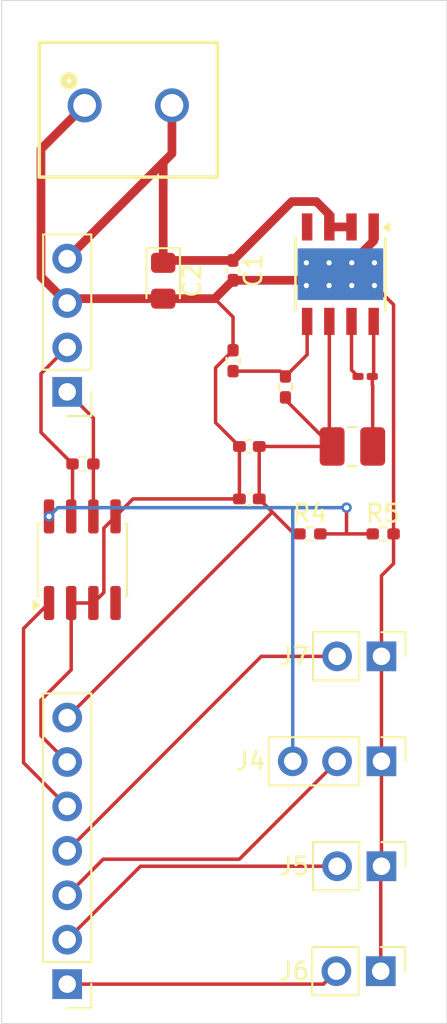
<source format=kicad_pcb>
(kicad_pcb (version 20241229) (generator "pcbnew") (generator_version "9.0")
  (layers (0 "F.Cu" signal) (2 "B.Cu" signal) (13 "F.Paste" user) (15 "B.Paste" user) (5 "F.SilkS" user "F.Silkscreen") (7 "B.SilkS" user "B.Silkscreen") (1 "F.Mask" user) (3 "B.Mask" user) (25 "Edge.Cuts" user))
  (net 0 "")
  (net 1 "Net-(J1-Pin_4)")
  (net 2 "Net-(J1-Pin_3)")
  (net 3 "Net-(U2-BOOT)")
  (net 4 "Net-(U2-SW)")
  (net 5 "Net-(J3-Pin_7)")
  (net 6 "Net-(J1-Pin_1)")
  (net 7 "Net-(J1-Pin_2)")
  (net 8 "Net-(J3-Pin_1)")
  (net 9 "Net-(J3-Pin_2)")
  (net 10 "Net-(J3-Pin_3)")
  (net 11 "Net-(J3-Pin_4)")
  (net 12 "Net-(J3-Pin_5)")
  (net 13 "Net-(J4-Pin_3)")
  (net 14 "Net-(U2-FB)")
  (footprint "Resistor_SMD:R_0402_1005Metric_Pad0.72x0.64mm_HandSolder" (layer "F.Cu") (at 89.9025 83 180)
    (property "Reference" "R3" (hide yes))
    (property "Value" "120 Ω")
    (fp_line (start -0.167621 0.38) (end 0.167621 0.38) (stroke (width 0.12)) (layer "F.SilkS"))
    (fp_line (start -0.167621 -0.38) (end 0.167621 -0.38) (stroke (width 0.12)) (layer "F.SilkS"))
    (pad "1" smd roundrect (at -0.5975 0 180) (size 0.715 0.64) (layers "F.Cu" "F.Mask" "F.Paste") (net 6 "Net-(J1-Pin_1)"))
    (pad "2" smd roundrect (at 0.5975 0 180) (size 0.715 0.64) (layers "F.Cu" "F.Mask" "F.Paste") (net 7 "Net-(J1-Pin_2)"))
  )
  (footprint "Connector_PinHeader_2.54mm:PinHeader_1x03_P2.54mm_Vertical" (layer "F.Cu") (at 107 100 -90)
    (property "Reference" "J4" (at 0 7.5 180) (layer "F.SilkS"))
    (property "Value" "Potentiometer")
    (fp_line (start -1.38 6.46) (end 1.38 6.46) (stroke (width 0.12)) (layer "F.SilkS"))
    (fp_line (start -1.38 1.27) (end -1.38 6.46) (stroke (width 0.12)) (layer "F.SilkS"))
    (fp_line (start -1.38 1.27) (end 1.38 1.27) (stroke (width 0.12)) (layer "F.SilkS"))
    (fp_line (start 1.38 1.27) (end 1.38 6.46) (stroke (width 0.12)) (layer "F.SilkS"))
    (fp_line (start -1.38 0) (end -1.38 -1.38) (stroke (width 0.12)) (layer "F.SilkS"))
    (fp_line (start -1.38 -1.38) (end 0 -1.38) (stroke (width 0.12)) (layer "F.SilkS"))
    (pad "1" thru_hole rect (at 0 0 270) (size 1.7 1.7) (drill 1) (layers "*.Cu" "*.Mask") (net 2 "Net-(J1-Pin_3)"))
    (pad "2" thru_hole circle (at 0 2.54 270) (size 1.7 1.7) (drill 1) (layers "*.Cu" "*.Mask") (net 10 "Net-(J3-Pin_3)"))
    (pad "3" thru_hole circle (at 0 5.08 270) (size 1.7 1.7) (drill 1) (layers "*.Cu" "*.Mask") (net 13 "Net-(J4-Pin_3)"))
  )
  (footprint "Package_SO:Texas_HSOP-8-1EP_3.9x4.9mm_P1.27mm_ThermalVias" (layer "F.Cu") (at 104.65 72.15 -90)
    (property "Reference" "U2" (hide yes))
    (property "Value" "LMR33620BDDA")
    (fp_line (start -2.075 2.575) (end 2.075 2.575) (stroke (width 0.15)) (layer "F.SilkS"))
    (fp_line (start -2.075 -2.575) (end 2.075 -2.575) (stroke (width 0.15)) (layer "F.SilkS"))
    (fp_poly (pts (xy -2.675 -2.475) (xy -2.915 -2.805) (xy -2.435 -2.805) (xy -2.675 -2.475)) (stroke (width 0.12)) (fill yes) (layer "F.SilkS"))
    (pad "1" smd rect (at -2.7 -1.905 270) (size 1.55 0.6) (layers "F.Cu" "F.Mask" "F.Paste") (net 2 "Net-(J1-Pin_3)"))
    (pad "2" smd rect (at -2.7 -0.635 270) (size 1.55 0.6) (layers "F.Cu" "F.Mask" "F.Paste") (net 1 "Net-(J1-Pin_4)"))
    (pad "3" smd rect (at -2.7 0.635 270) (size 1.55 0.6) (layers "F.Cu" "F.Mask" "F.Paste") (net 1 "Net-(J1-Pin_4)"))
    (pad "4" smd rect (at -2.7 1.905 270) (size 1.55 0.6) (layers "F.Cu" "F.Mask" "F.Paste"))
    (pad "5" smd rect (at 2.7 1.905 270) (size 1.55 0.6) (layers "F.Cu" "F.Mask" "F.Paste") (net 14 "Net-(U2-FB)"))
    (pad "6" smd rect (at 2.7 0.635 270) (size 1.55 0.6) (layers "F.Cu" "F.Mask" "F.Paste") (net 5 "Net-(J3-Pin_7)"))
    (pad "7" smd rect (at 2.7 -0.635 270) (size 1.55 0.6) (layers "F.Cu" "F.Mask" "F.Paste") (net 3 "Net-(U2-BOOT)"))
    (pad "8" smd rect (at 2.7 -1.905 270) (size 1.55 0.6) (layers "F.Cu" "F.Mask" "F.Paste") (net 4 "Net-(U2-SW)"))
    (pad "9" thru_hole circle (at -0.65 -1.95 270) (size 0.6 0.6) (drill 0.3) (layers "*.Cu") (net 2 "Net-(J1-Pin_3)"))
    (pad "9" thru_hole circle (at -0.65 -0.65 270) (size 0.6 0.6) (drill 0.3) (layers "*.Cu") (net 2 "Net-(J1-Pin_3)"))
    (pad "9" thru_hole circle (at -0.65 0.65 270) (size 0.6 0.6) (drill 0.3) (layers "*.Cu") (net 2 "Net-(J1-Pin_3)"))
    (pad "9" thru_hole circle (at -0.65 1.95 270) (size 0.6 0.6) (drill 0.3) (layers "*.Cu") (net 2 "Net-(J1-Pin_3)"))
    (pad "9" smd rect (at 0 0 270) (size 2.95 4.9) (layers "F.Cu") (net 2 "Net-(J1-Pin_3)"))
    (pad "9" smd rect (at 0 0 270) (size 2.95 4.9) (layers "B.Cu") (net 2 "Net-(J1-Pin_3)"))
    (pad "9" thru_hole circle (at 0.65 -1.95 270) (size 0.6 0.6) (drill 0.3) (layers "*.Cu") (net 2 "Net-(J1-Pin_3)"))
    (pad "9" thru_hole circle (at 0.65 -0.65 270) (size 0.6 0.6) (drill 0.3) (layers "*.Cu") (net 2 "Net-(J1-Pin_3)"))
    (pad "9" thru_hole circle (at 0.65 0.65 270) (size 0.6 0.6) (drill 0.3) (layers "*.Cu") (net 2 "Net-(J1-Pin_3)"))
    (pad "9" thru_hole circle (at 0.65 1.95 270) (size 0.6 0.6) (drill 0.3) (layers "*.Cu") (net 2 "Net-(J1-Pin_3)"))
  )
  (footprint "Inductor_SMD:L_1008_2520Metric_Pad1.43x2.20mm_HandSolder" (layer "F.Cu") (at 105.3375 82 180)
    (property "Reference" "L1" (hide yes))
    (property "Value" "2.2 uH")
    (fp_line (start -0.261252 1.11) (end 0.261252 1.11) (stroke (width 0.12)) (layer "F.SilkS"))
    (fp_line (start -0.261252 -1.11) (end 0.261252 -1.11) (stroke (width 0.12)) (layer "F.SilkS"))
    (pad "1" smd roundrect (at -1.1625 0 180) (size 1.425 2.2) (layers "F.Cu" "F.Mask" "F.Paste") (roundrect_rratio 0.175439) (net 4 "Net-(U2-SW)"))
    (pad "2" smd roundrect (at 1.1625 0 180) (size 1.425 2.2) (layers "F.Cu" "F.Mask" "F.Paste") (roundrect_rratio 0.175439) (net 5 "Net-(J3-Pin_7)"))
  )
  (footprint "Package_SO:SOIC-8_3.9x4.9mm_P1.27mm" (layer "F.Cu") (at 89.865 88.475 90)
    (property "Reference" "U1" (hide yes))
    (property "Value" "MAX3485")
    (fp_line (start 2.06 -2.56) (end 2.06 -2.465) (stroke (width 0.12)) (layer "F.SilkS"))
    (fp_line (start -2.06 -2.56) (end 2.06 -2.56) (stroke (width 0.12)) (layer "F.SilkS"))
    (fp_line (start -2.06 -2.465) (end -2.06 -2.56) (stroke (width 0.12)) (layer "F.SilkS"))
    (fp_line (start 2.06 2.465) (end 2.06 2.56) (stroke (width 0.12)) (layer "F.SilkS"))
    (fp_line (start 2.06 2.56) (end -2.06 2.56) (stroke (width 0.12)) (layer "F.SilkS"))
    (fp_line (start -2.06 2.56) (end -2.06 2.465) (stroke (width 0.12)) (layer "F.SilkS"))
    (fp_poly (pts (xy -2.6 -2.47) (xy -2.84 -2.8) (xy -2.36 -2.8)) (stroke (width 0.12)) (fill yes) (layer "F.SilkS"))
    (pad "1" smd roundrect (at -2.475 -1.905 90) (size 1.95 0.6) (layers "F.Cu" "F.Mask" "F.Paste") (net 12 "Net-(J3-Pin_5)"))
    (pad "2" smd roundrect (at -2.475 -0.635 90) (size 1.95 0.6) (layers "F.Cu" "F.Mask" "F.Paste") (net 2 "Net-(J1-Pin_3)"))
    (pad "3" smd roundrect (at -2.475 0.635 90) (size 1.95 0.6) (layers "F.Cu" "F.Mask" "F.Paste") (net 2 "Net-(J1-Pin_3)"))
    (pad "4" smd roundrect (at -2.475 1.905 90) (size 1.95 0.6) (layers "F.Cu" "F.Mask" "F.Paste"))
    (pad "5" smd roundrect (at 2.475 1.905 90) (size 1.95 0.6) (layers "F.Cu" "F.Mask" "F.Paste") (net 2 "Net-(J1-Pin_3)"))
    (pad "6" smd roundrect (at 2.475 0.635 90) (size 1.95 0.6) (layers "F.Cu" "F.Mask" "F.Paste") (net 6 "Net-(J1-Pin_1)"))
    (pad "7" smd roundrect (at 2.475 -0.635 90) (size 1.95 0.6) (layers "F.Cu" "F.Mask" "F.Paste") (net 7 "Net-(J1-Pin_2)"))
    (pad "8" smd roundrect (at 2.475 -1.905 90) (size 1.95 0.6) (layers "F.Cu" "F.Mask" "F.Paste") (net 13 "Net-(J4-Pin_3)"))
  )
  (footprint "Library:691137710002" (layer "F.Cu") (at 92.5 62.5)
    (property "Reference" "J2" (hide yes))
    (property "Value" "Power Supply")
    (fp_line (start -5.1 -3.6) (end 5.1 -3.6) (stroke (width 0.2)) (layer "F.SilkS"))
    (fp_line (start -5.1 4.1) (end -5.1 -3.6) (stroke (width 0.2)) (layer "F.SilkS"))
    (fp_line (start 5.1 -3.6) (end 5.1 4.1) (stroke (width 0.2)) (layer "F.SilkS"))
    (fp_line (start 5.1 4.1) (end -5.1 4.1) (stroke (width 0.2)) (layer "F.SilkS"))
    (fp_circle (center -3.4 -1.4) (end -3.3 -1.4) (stroke (width 0.4)) (fill no) (layer "F.SilkS"))
    (pad "1" thru_hole circle (at -2.5 0) (size 1.95 1.95) (drill 1.3) (layers "*.Cu" "*.Mask") (net 2 "Net-(J1-Pin_3)"))
    (pad "2" thru_hole circle (at 2.5 0) (size 1.95 1.95) (drill 1.3) (layers "*.Cu" "*.Mask") (net 1 "Net-(J1-Pin_4)"))
  )
  (footprint "Connector_PinHeader_2.54mm:PinHeader_1x04_P2.54mm_Vertical" (layer "F.Cu") (at 89 78.88 180)
    (property "Reference" "J1" (hide yes))
    (property "Value" "GX12 Interface")
    (fp_line (start 1.38 1.27) (end 1.38 9) (stroke (width 0.12)) (layer "F.SilkS"))
    (fp_line (start -1.38 9) (end 1.38 9) (stroke (width 0.12)) (layer "F.SilkS"))
    (fp_line (start -1.38 1.27) (end 1.38 1.27) (stroke (width 0.12)) (layer "F.SilkS"))
    (fp_line (start -1.38 1.27) (end -1.38 9) (stroke (width 0.12)) (layer "F.SilkS"))
    (fp_line (start -1.38 0) (end -1.38 -1.38) (stroke (width 0.12)) (layer "F.SilkS"))
    (fp_line (start -1.38 -1.38) (end 0 -1.38) (stroke (width 0.12)) (layer "F.SilkS"))
    (pad "1" thru_hole rect (at 0 0 180) (size 1.7 1.7) (drill 1) (layers "*.Cu" "*.Mask") (net 6 "Net-(J1-Pin_1)"))
    (pad "2" thru_hole circle (at 0 2.54 180) (size 1.7 1.7) (drill 1) (layers "*.Cu" "*.Mask") (net 7 "Net-(J1-Pin_2)"))
    (pad "3" thru_hole circle (at 0 5.08 180) (size 1.7 1.7) (drill 1) (layers "*.Cu" "*.Mask") (net 2 "Net-(J1-Pin_3)"))
    (pad "4" thru_hole circle (at 0 7.62 180) (size 1.7 1.7) (drill 1) (layers "*.Cu" "*.Mask") (net 1 "Net-(J1-Pin_4)"))
  )
  (footprint "Connector_PinHeader_2.54mm:PinHeader_1x02_P2.54mm_Vertical" (layer "F.Cu") (at 107 94 -90)
    (property "Reference" "J7" (at 0 5 180) (layer "F.SilkS"))
    (property "Value" "PWM Out")
    (fp_line (start -1.38 3.92) (end 1.38 3.92) (stroke (width 0.12)) (layer "F.SilkS"))
    (fp_line (start -1.38 1.27) (end -1.38 3.92) (stroke (width 0.12)) (layer "F.SilkS"))
    (fp_line (start -1.38 1.27) (end 1.38 1.27) (stroke (width 0.12)) (layer "F.SilkS"))
    (fp_line (start 1.38 1.27) (end 1.38 3.92) (stroke (width 0.12)) (layer "F.SilkS"))
    (fp_line (start -1.38 0) (end -1.38 -1.38) (stroke (width 0.12)) (layer "F.SilkS"))
    (fp_line (start -1.38 -1.38) (end 0 -1.38) (stroke (width 0.12)) (layer "F.SilkS"))
    (pad "1" thru_hole rect (at 0 0 270) (size 1.7 1.7) (drill 1) (layers "*.Cu" "*.Mask") (net 2 "Net-(J1-Pin_3)"))
    (pad "2" thru_hole circle (at 0 2.54 270) (size 1.7 1.7) (drill 1) (layers "*.Cu" "*.Mask") (net 11 "Net-(J3-Pin_4)"))
  )
  (footprint "Connector_PinHeader_2.54mm:PinHeader_1x02_P2.54mm_Vertical" (layer "F.Cu") (at 106.96 112 -90)
    (property "Reference" "J6" (at 0 4.96 180) (layer "F.SilkS"))
    (property "Value" "Switch 2")
    (fp_line (start -1.38 3.92) (end 1.38 3.92) (stroke (width 0.12)) (layer "F.SilkS"))
    (fp_line (start -1.38 1.27) (end -1.38 3.92) (stroke (width 0.12)) (layer "F.SilkS"))
    (fp_line (start -1.38 1.27) (end 1.38 1.27) (stroke (width 0.12)) (layer "F.SilkS"))
    (fp_line (start 1.38 1.27) (end 1.38 3.92) (stroke (width 0.12)) (layer "F.SilkS"))
    (fp_line (start -1.38 0) (end -1.38 -1.38) (stroke (width 0.12)) (layer "F.SilkS"))
    (fp_line (start -1.38 -1.38) (end 0 -1.38) (stroke (width 0.12)) (layer "F.SilkS"))
    (pad "1" thru_hole rect (at 0 0 270) (size 1.7 1.7) (drill 1) (layers "*.Cu" "*.Mask") (net 2 "Net-(J1-Pin_3)"))
    (pad "2" thru_hole circle (at 0 2.54 270) (size 1.7 1.7) (drill 1) (layers "*.Cu" "*.Mask") (net 8 "Net-(J3-Pin_1)"))
  )
  (footprint "Resistor_SMD:R_0402_1005Metric_Pad0.72x0.64mm_HandSolder" (layer "F.Cu") (at 101.5 78.5975 90)
    (property "Reference" "R1" (hide yes))
    (property "Value" "100 kΩ")
    (fp_line (start -0.167621 -0.38) (end 0.167621 -0.38) (stroke (width 0.12)) (layer "F.SilkS"))
    (fp_line (start -0.167621 0.38) (end 0.167621 0.38) (stroke (width 0.12)) (layer "F.SilkS"))
    (pad "1" smd roundrect (at -0.5975 0 90) (size 0.715 0.64) (layers "F.Cu" "F.Mask" "F.Paste") (net 5 "Net-(J3-Pin_7)"))
    (pad "2" smd roundrect (at 0.5975 0 90) (size 0.715 0.64) (layers "F.Cu" "F.Mask" "F.Paste") (net 14 "Net-(U2-FB)"))
  )
  (footprint "Resistor_SMD:R_0402_1005Metric_Pad0.72x0.64mm_HandSolder" (layer "F.Cu") (at 98.5 77.0975 90)
    (property "Reference" "R2" (hide yes))
    (property "Value" "24.9 kΩ")
    (fp_line (start -0.167621 -0.38) (end 0.167621 -0.38) (stroke (width 0.12)) (layer "F.SilkS"))
    (fp_line (start -0.167621 0.38) (end 0.167621 0.38) (stroke (width 0.12)) (layer "F.SilkS"))
    (pad "1" smd roundrect (at -0.5975 0 90) (size 0.715 0.64) (layers "F.Cu" "F.Mask" "F.Paste") (net 14 "Net-(U2-FB)"))
    (pad "2" smd roundrect (at 0.5975 0 90) (size 0.715 0.64) (layers "F.Cu" "F.Mask" "F.Paste") (net 2 "Net-(J1-Pin_3)"))
  )
  (footprint "Capacitor_SMD:C_0201_0603Metric_Pad0.64x0.40mm_HandSolder" (layer "F.Cu") (at 106.0675 78)
    (property "Reference" "C3" (hide yes))
    (property "Value" "0.1 uf")
    (pad "1" smd roundrect (at -0.4075 0) (size 0.635 0.4) (layers "F.Cu" "F.Mask") (net 3 "Net-(U2-BOOT)"))
    (pad "2" smd roundrect (at 0.4075 0) (size 0.635 0.4) (layers "F.Cu" "F.Mask") (net 4 "Net-(U2-SW)"))
  )
  (footprint "Connector_PinHeader_2.54mm:PinHeader_1x02_P2.54mm_Vertical" (layer "F.Cu") (at 107 106 -90)
    (property "Reference" "J5" (at 0 5 180) (layer "F.SilkS"))
    (property "Value" "Switch 1")
    (fp_line (start -1.38 3.92) (end 1.38 3.92) (stroke (width 0.12)) (layer "F.SilkS"))
    (fp_line (start -1.38 1.27) (end -1.38 3.92) (stroke (width 0.12)) (layer "F.SilkS"))
    (fp_line (start -1.38 1.27) (end 1.38 1.27) (stroke (width 0.12)) (layer "F.SilkS"))
    (fp_line (start 1.38 1.27) (end 1.38 3.92) (stroke (width 0.12)) (layer "F.SilkS"))
    (fp_line (start -1.38 0) (end -1.38 -1.38) (stroke (width 0.12)) (layer "F.SilkS"))
    (fp_line (start -1.38 -1.38) (end 0 -1.38) (stroke (width 0.12)) (layer "F.SilkS"))
    (pad "1" thru_hole rect (at 0 0 270) (size 1.7 1.7) (drill 1) (layers "*.Cu" "*.Mask") (net 2 "Net-(J1-Pin_3)"))
    (pad "2" thru_hole circle (at 0 2.54 270) (size 1.7 1.7) (drill 1) (layers "*.Cu" "*.Mask") (net 9 "Net-(J3-Pin_2)"))
  )
  (footprint "Capacitor_SMD:C_0402_1005Metric_Pad0.74x0.62mm_HandSolder" (layer "F.Cu") (at 99.4325 85 180)
    (property "Reference" "C5" (hide yes))
    (property "Value" "22 uF")
    (fp_line (start -0.115835 0.36) (end 0.115835 0.36) (stroke (width 0.12)) (layer "F.SilkS"))
    (fp_line (start -0.115835 -0.36) (end 0.115835 -0.36) (stroke (width 0.12)) (layer "F.SilkS"))
    (pad "1" smd roundrect (at -0.5675 0 180) (size 0.735 0.62) (layers "F.Cu" "F.Mask" "F.Paste") (net 5 "Net-(J3-Pin_7)"))
    (pad "2" smd roundrect (at 0.5675 0 180) (size 0.735 0.62) (layers "F.Cu" "F.Mask" "F.Paste") (net 2 "Net-(J1-Pin_3)"))
  )
  (footprint "Connector_PinHeader_2.54mm:PinHeader_1x07_P2.54mm_Vertical" (layer "F.Cu") (at 89 112.74 180)
    (property "Reference" "J3" (hide yes))
    (property "Value" "Pi Zero")
    (fp_line (start 1.38 1.27) (end 1.38 16.62) (stroke (width 0.12)) (layer "F.SilkS"))
    (fp_line (start -1.38 16.62) (end 1.38 16.62) (stroke (width 0.12)) (layer "F.SilkS"))
    (fp_line (start -1.38 1.27) (end 1.38 1.27) (stroke (width 0.12)) (layer "F.SilkS"))
    (fp_line (start -1.38 1.27) (end -1.38 16.62) (stroke (width 0.12)) (layer "F.SilkS"))
    (fp_line (start -1.38 0) (end -1.38 -1.38) (stroke (width 0.12)) (layer "F.SilkS"))
    (fp_line (start -1.38 -1.38) (end 0 -1.38) (stroke (width 0.12)) (layer "F.SilkS"))
    (pad "1" thru_hole rect (at 0 0 180) (size 1.7 1.7) (drill 1) (layers "*.Cu" "*.Mask") (net 8 "Net-(J3-Pin_1)"))
    (pad "2" thru_hole circle (at 0 2.54 180) (size 1.7 1.7) (drill 1) (layers "*.Cu" "*.Mask") (net 9 "Net-(J3-Pin_2)"))
    (pad "3" thru_hole circle (at 0 5.08 180) (size 1.7 1.7) (drill 1) (layers "*.Cu" "*.Mask") (net 10 "Net-(J3-Pin_3)"))
    (pad "4" thru_hole circle (at 0 7.62 180) (size 1.7 1.7) (drill 1) (layers "*.Cu" "*.Mask") (net 11 "Net-(J3-Pin_4)"))
    (pad "5" thru_hole circle (at 0 10.16 180) (size 1.7 1.7) (drill 1) (layers "*.Cu" "*.Mask") (net 12 "Net-(J3-Pin_5)"))
    (pad "6" thru_hole circle (at 0 12.7 180) (size 1.7 1.7) (drill 1) (layers "*.Cu" "*.Mask") (net 2 "Net-(J1-Pin_3)"))
    (pad "7" thru_hole circle (at 0 15.24 180) (size 1.7 1.7) (drill 1) (layers "*.Cu" "*.Mask") (net 5 "Net-(J3-Pin_7)"))
  )
  (footprint "LED_SMD:LED_0805_2012Metric_Pad1.15x1.40mm_HandSolder" (layer "F.Cu") (at 94.5 72.525 -90)
    (property "Reference" "C2" (at 0 -1.65 90) (layer "F.SilkS"))
    (property "Value" "10 uF")
    (fp_line (start -1.86 0.96) (end 1 0.96) (stroke (width 0.12)) (layer "F.SilkS"))
    (fp_line (start -1.86 -0.96) (end -1.86 0.96) (stroke (width 0.12)) (layer "F.SilkS"))
    (fp_line (start 1 -0.96) (end -1.86 -0.96) (stroke (width 0.12)) (layer "F.SilkS"))
    (pad "1" smd roundrect (at -1.025 0 270) (size 1.15 1.4) (layers "F.Cu" "F.Mask" "F.Paste") (roundrect_rratio 0.217391) (net 1 "Net-(J1-Pin_4)"))
    (pad "2" smd roundrect (at 1.025 0 270) (size 1.15 1.4) (layers "F.Cu" "F.Mask" "F.Paste") (roundrect_rratio 0.217391) (net 2 "Net-(J1-Pin_3)"))
  )
  (footprint "Resistor_SMD:R_0402_1005Metric_Pad0.72x0.64mm_HandSolder" (layer "F.Cu") (at 102.9025 87)
    (property "Reference" "R4" (at 0 -1.17 0) (layer "F.SilkS"))
    (property "Value" "1 kΩ")
    (fp_line (start -0.167621 -0.38) (end 0.167621 -0.38) (stroke (width 0.12)) (layer "F.SilkS"))
    (fp_line (start -0.167621 0.38) (end 0.167621 0.38) (stroke (width 0.12)) (layer "F.SilkS"))
    (pad "1" smd roundrect (at -0.5975 0) (size 0.715 0.64) (layers "F.Cu" "F.Mask" "F.Paste") (net 5 "Net-(J3-Pin_7)"))
    (pad "2" smd roundrect (at 0.5975 0) (size 0.715 0.64) (layers "F.Cu" "F.Mask" "F.Paste") (net 13 "Net-(J4-Pin_3)"))
  )
  (footprint "Capacitor_SMD:C_0402_1005Metric_Pad0.74x0.62mm_HandSolder" (layer "F.Cu") (at 99.4325 82 180)
    (property "Reference" "C4" (hide yes))
    (property "Value" "22 uF" (hide yes))
    (fp_line (start -0.115835 0.36) (end 0.115835 0.36) (stroke (width 0.12)) (layer "F.SilkS"))
    (fp_line (start -0.115835 -0.36) (end 0.115835 -0.36) (stroke (width 0.12)) (layer "F.SilkS"))
    (pad "1" smd roundrect (at -0.5675 0 180) (size 0.735 0.62) (layers "F.Cu" "F.Mask" "F.Paste") (net 5 "Net-(J3-Pin_7)"))
    (pad "2" smd roundrect (at 0.5675 0 180) (size 0.735 0.62) (layers "F.Cu" "F.Mask" "F.Paste") (net 2 "Net-(J1-Pin_3)"))
  )
  (footprint "Resistor_SMD:R_0402_1005Metric_Pad0.72x0.64mm_HandSolder" (layer "F.Cu") (at 107.0975 87)
    (property "Reference" "R5" (at 0 -1.17 0) (layer "F.SilkS"))
    (property "Value" "2 kΩ")
    (fp_line (start -0.167621 -0.38) (end 0.167621 -0.38) (stroke (width 0.12)) (layer "F.SilkS"))
    (fp_line (start -0.167621 0.38) (end 0.167621 0.38) (stroke (width 0.12)) (layer "F.SilkS"))
    (pad "1" smd roundrect (at -0.5975 0) (size 0.715 0.64) (layers "F.Cu" "F.Mask" "F.Paste") (net 13 "Net-(J4-Pin_3)"))
    (pad "2" smd roundrect (at 0.5975 0) (size 0.715 0.64) (layers "F.Cu" "F.Mask" "F.Paste") (net 2 "Net-(J1-Pin_3)"))
  )
  (footprint "Capacitor_SMD:C_0402_1005Metric_Pad0.74x0.62mm_HandSolder" (layer "F.Cu") (at 98.5 71.9325 -90)
    (property "Reference" "C1" (at 0 -1.16 90) (layer "F.SilkS"))
    (property "Value" "220 nF")
    (fp_line (start -0.115835 0.36) (end 0.115835 0.36) (stroke (width 0.12)) (layer "F.SilkS"))
    (fp_line (start -0.115835 -0.36) (end 0.115835 -0.36) (stroke (width 0.12)) (layer "F.SilkS"))
    (pad "1" smd roundrect (at -0.5675 0 270) (size 0.735 0.62) (layers "F.Cu" "F.Mask" "F.Paste") (net 1 "Net-(J1-Pin_4)"))
    (pad "2" smd roundrect (at 0.5675 0 270) (size 0.735 0.62) (layers "F.Cu" "F.Mask" "F.Paste") (net 2 "Net-(J1-Pin_3)"))
  )
  (gr_rect (start 85.25 56.5) (end 110.75 115) (stroke (width 0.05)) (fill no) (layer "Edge.Cuts"))
  (segment (start 94.5 65.76) (end 94.63 65.63) (width 0.5) (layer "F.Cu") (net 1))
  (segment (start 95 65.26) (end 95 62.5) (width 0.5) (layer "F.Cu") (net 1))
  (segment (start 104.015 69.45) (end 105.285 69.45) (width 0.5) (layer "F.Cu") (net 1))
  (segment (start 104.015 68.743) (end 104.015 69.45) (width 0.5) (layer "F.Cu") (net 1))
  (segment (start 94.63 65.63) (end 95 65.26) (width 0.5) (layer "F.Cu") (net 1))
  (segment (start 98.395 71.26) (end 98.5 71.365) (width 0.5) (layer "F.Cu") (net 1))
  (segment (start 98.5 71.365) (end 101.865 68) (width 0.5) (layer "F.Cu") (net 1))
  (segment (start 94.5 71.5) (end 94.5 65.76) (width 0.5) (layer "F.Cu") (net 1))
  (segment (start 98.5 71.365) (end 94.635 71.365) (width 0.5) (layer "F.Cu") (net 1))
  (segment (start 103.272 68) (end 104.015 68.743) (width 0.5) (layer "F.Cu") (net 1))
  (segment (start 101.865 68) (end 103.272 68) (width 0.5) (layer "F.Cu") (net 1))
  (segment (start 94.635 71.365) (end 94.5 71.5) (width 0.5) (layer "F.Cu") (net 1))
  (segment (start 89 71.26) (end 94.63 65.63) (width 0.5) (layer "F.Cu") (net 1))
  (segment (start 90 62.5) (end 87.5 65) (width 0.5) (layer "F.Cu") (net 2))
  (segment (start 97.45 73.55) (end 98.5 72.5) (width 0.5) (layer "F.Cu") (net 2))
  (segment (start 104.3 72.5) (end 104.65 72.15) (width 0.5) (layer "F.Cu") (net 2))
  (segment (start 97.5 77.5) (end 97.5 80.635) (width 0.2) (layer "F.Cu") (net 2))
  (segment (start 98.5 74.6) (end 97.45 73.55) (width 0.2) (layer "F.Cu") (net 2))
  (segment (start 107.695 87) (end 107.695 73.895) (width 0.2) (layer "F.Cu") (net 2))
  (segment (start 89.3 73.8) (end 89.55 73.55) (width 0.5) (layer "F.Cu") (net 2))
  (segment (start 91.101 90.349) (end 91.101 86.669) (width 0.2) (layer "F.Cu") (net 2))
  (segment (start 98.5 76.5) (end 98.5 74.6) (width 0.2) (layer "F.Cu") (net 2))
  (segment (start 98.5 72.5) (end 104.3 72.5) (width 0.5) (layer "F.Cu") (net 2))
  (segment (start 105.95 72.15) (end 104.65 72.15) (width 0.2) (layer "F.Cu") (net 2))
  (segment (start 98.5 76.5) (end 97.5 77.5) (width 0.2) (layer "F.Cu") (net 2))
  (segment (start 106.555 69.45) (end 106.555 70.245) (width 0.5) (layer "F.Cu") (net 2))
  (segment (start 92.77 85) (end 91.77 86) (width 0.2) (layer "F.Cu") (net 2))
  (segment (start 98.865 85) (end 92.77 85) (width 0.2) (layer "F.Cu") (net 2))
  (segment (start 87.5 65) (end 87.5 72.3) (width 0.5) (layer "F.Cu") (net 2))
  (segment (start 94.5 73.55) (end 97.45 73.55) (width 0.5) (layer "F.Cu") (net 2))
  (segment (start 107 106.5) (end 106.96 106.54) (width 0.2) (layer "F.Cu") (net 2))
  (segment (start 106.96 106.54) (end 106.96 112) (width 0.2) (layer "F.Cu") (net 2))
  (segment (start 87.5 98.54) (end 89 100.04) (width 0.2) (layer "F.Cu") (net 2))
  (segment (start 107.695 88.695) (end 107 89.39) (width 0.2) (layer "F.Cu") (net 2))
  (segment (start 107.695 73.895) (end 105.95 72.15) (width 0.2) (layer "F.Cu") (net 2))
  (segment (start 107 94) (end 107 100) (width 0.2) (layer "F.Cu") (net 2))
  (segment (start 107 106) (end 107 106.5) (width 0.2) (layer "F.Cu") (net 2))
  (segment (start 107.695 87) (end 107.695 88.695) (width 0.2) (layer "F.Cu") (net 2))
  (segment (start 98.865 82) (end 98.865 85) (width 0.2) (layer "F.Cu") (net 2))
  (segment (start 87.5 96.5) (end 87.5 98.54) (width 0.2) (layer "F.Cu") (net 2))
  (segment (start 107 100) (end 107 106) (width 0.2) (layer "F.Cu") (net 2))
  (segment (start 89.23 90.95) (end 89.23 94.77) (width 0.2) (layer "F.Cu") (net 2))
  (segment (start 89.23 94.77) (end 87.5 96.5) (width 0.2) (layer "F.Cu") (net 2))
  (segment (start 87.5 72.3) (end 89 73.8) (width 0.5) (layer "F.Cu") (net 2))
  (segment (start 106.555 70.245) (end 104.65 72.15) (width 0.5) (layer "F.Cu") (net 2))
  (segment (start 107 89.39) (end 107 94) (width 0.2) (layer "F.Cu") (net 2))
  (segment (start 97.5 80.635) (end 98.865 82) (width 0.2) (layer "F.Cu") (net 2))
  (segment (start 90.5 90.95) (end 91.101 90.349) (width 0.2) (layer "F.Cu") (net 2))
  (segment (start 89 73.8) (end 89.3 73.8) (width 0.5) (layer "F.Cu") (net 2))
  (segment (start 91.101 86.669) (end 91.77 86) (width 0.2) (layer "F.Cu") (net 2))
  (segment (start 89.55 73.55) (end 94.5 73.55) (width 0.5) (layer "F.Cu") (net 2))
  (segment (start 89.23 90.95) (end 90.5 90.95) (width 0.2) (layer "F.Cu") (net 2))
  (segment (start 105.285 77.625) (end 105.66 78) (width 0.2) (layer "F.Cu") (net 3))
  (segment (start 105.285 74.85) (end 105.285 77.625) (width 0.2) (layer "F.Cu") (net 3))
  (segment (start 106.475 78) (end 106.475 78.475) (width 0.2) (layer "F.Cu") (net 4))
  (segment (start 106.555 77.92) (end 106.475 78) (width 0.2) (layer "F.Cu") (net 4))
  (segment (start 106.475 78.475) (end 106.5 78.5) (width 0.2) (layer "F.Cu") (net 4))
  (segment (start 106.5 78.5) (end 106.5 82) (width 0.2) (layer "F.Cu") (net 4))
  (segment (start 106.555 74.85) (end 106.555 77.92) (width 0.2) (layer "F.Cu") (net 4))
  (segment (start 104.015 81.84) (end 104.175 82) (width 0.2) (layer "F.Cu") (net 5))
  (segment (start 104.015 74.85) (end 104.015 81.84) (width 0.2) (layer "F.Cu") (net 5))
  (segment (start 101.5 79.325) (end 104.175 82) (width 0.2) (layer "F.Cu") (net 5))
  (segment (start 89 97.5) (end 100.75 85.75) (width 0.2) (layer "F.Cu") (net 5))
  (segment (start 100 85) (end 100.75 85.75) (width 0.2) (layer "F.Cu") (net 5))
  (segment (start 100.75 85.75) (end 102 87) (width 0.2) (layer "F.Cu") (net 5))
  (segment (start 100 82) (end 100 85) (width 0.2) (layer "F.Cu") (net 5))
  (segment (start 101.5 79.195) (end 101.5 79.325) (width 0.2) (layer "F.Cu") (net 5))
  (segment (start 104.175 82) (end 100 82) (width 0.2) (layer "F.Cu") (net 5))
  (segment (start 102 87) (end 102.305 87) (width 0.2) (layer "F.Cu") (net 5))
  (segment (start 90.5 80.38) (end 89 78.88) (width 0.2) (layer "F.Cu") (net 6))
  (segment (start 90.5 83) (end 90.5 80.38) (width 0.2) (layer "F.Cu") (net 6))
  (segment (start 90.5 83) (end 90.5 86) (width 0.2) (layer "F.Cu") (net 6))
  (segment (start 87.5 81.195) (end 87.5 77.84) (width 0.2) (layer "F.Cu") (net 7))
  (segment (start 89.305 83) (end 89.305 85.925) (width 0.2) (layer "F.Cu") (net 7))
  (segment (start 87.5 77.84) (end 89 76.34) (width 0.2) (layer "F.Cu") (net 7))
  (segment (start 89.305 85.925) (end 89.23 86) (width 0.2) (layer "F.Cu") (net 7))
  (segment (start 89.305 83) (end 87.5 81.195) (width 0.2) (layer "F.Cu") (net 7))
  (segment (start 103.68 112.74) (end 104.42 112) (width 0.2) (layer "F.Cu") (net 8))
  (segment (start 89 112.74) (end 103.68 112.74) (width 0.2) (layer "F.Cu") (net 8))
  (segment (start 93.2 106) (end 104.46 106) (width 0.2) (layer "F.Cu") (net 9))
  (segment (start 89 110.2) (end 93.2 106) (width 0.2) (layer "F.Cu") (net 9))
  (segment (start 91.061 105.599) (end 98.861 105.599) (width 0.2) (layer "F.Cu") (net 10))
  (segment (start 89 107.66) (end 91.061 105.599) (width 0.2) (layer "F.Cu") (net 10))
  (segment (start 98.861 105.599) (end 104.46 100) (width 0.2) (layer "F.Cu") (net 10))
  (segment (start 89 105.12) (end 100.12 94) (width 0.2) (layer "F.Cu") (net 11))
  (segment (start 100.12 94) (end 104.46 94) (width 0.2) (layer "F.Cu") (net 11))
  (segment (start 86.5 100.08) (end 89 102.58) (width 0.2) (layer "F.Cu") (net 12))
  (segment (start 87.96 90.95) (end 86.5 92.41) (width 0.2) (layer "F.Cu") (net 12))
  (segment (start 86.5 92.41) (end 86.5 100.08) (width 0.2) (layer "F.Cu") (net 12))
  (segment (start 105 87) (end 106.5 87) (width 0.2) (layer "F.Cu") (net 13))
  (segment (start 103.5 87) (end 105 87) (width 0.2) (layer "F.Cu") (net 13))
  (segment (start 105 87) (end 105 85.5) (width 0.2) (layer "F.Cu") (net 13))
  (via (at 105 85.5) (size 0.6) (drill 0.3) (layers "F.Cu" "B.Cu") (net 13))
  (via (at 87.96 86) (size 0.6) (drill 0.3) (layers "F.Cu" "B.Cu") (net 13))
  (segment (start 105 85.5) (end 102 85.5) (width 0.2) (layer "B.Cu") (net 13))
  (segment (start 101.92 85.58) (end 102 85.5) (width 0.2) (layer "B.Cu") (net 13))
  (segment (start 88.46 85.5) (end 87.96 86) (width 0.2) (layer "B.Cu") (net 13))
  (segment (start 101.92 100) (end 101.92 85.58) (width 0.2) (layer "B.Cu") (net 13))
  (segment (start 102 85.5) (end 88.46 85.5) (width 0.2) (layer "B.Cu") (net 13))
  (segment (start 102.745 74.85) (end 102.745 76.755) (width 0.2) (layer "F.Cu") (net 14))
  (segment (start 101.195 77.695) (end 101.5 78) (width 0.2) (layer "F.Cu") (net 14))
  (segment (start 102.745 76.755) (end 101.5 78) (width 0.2) (layer "F.Cu") (net 14))
  (segment (start 98.5 77.695) (end 101.195 77.695) (width 0.2) (layer "F.Cu") (net 14))
)
</source>
